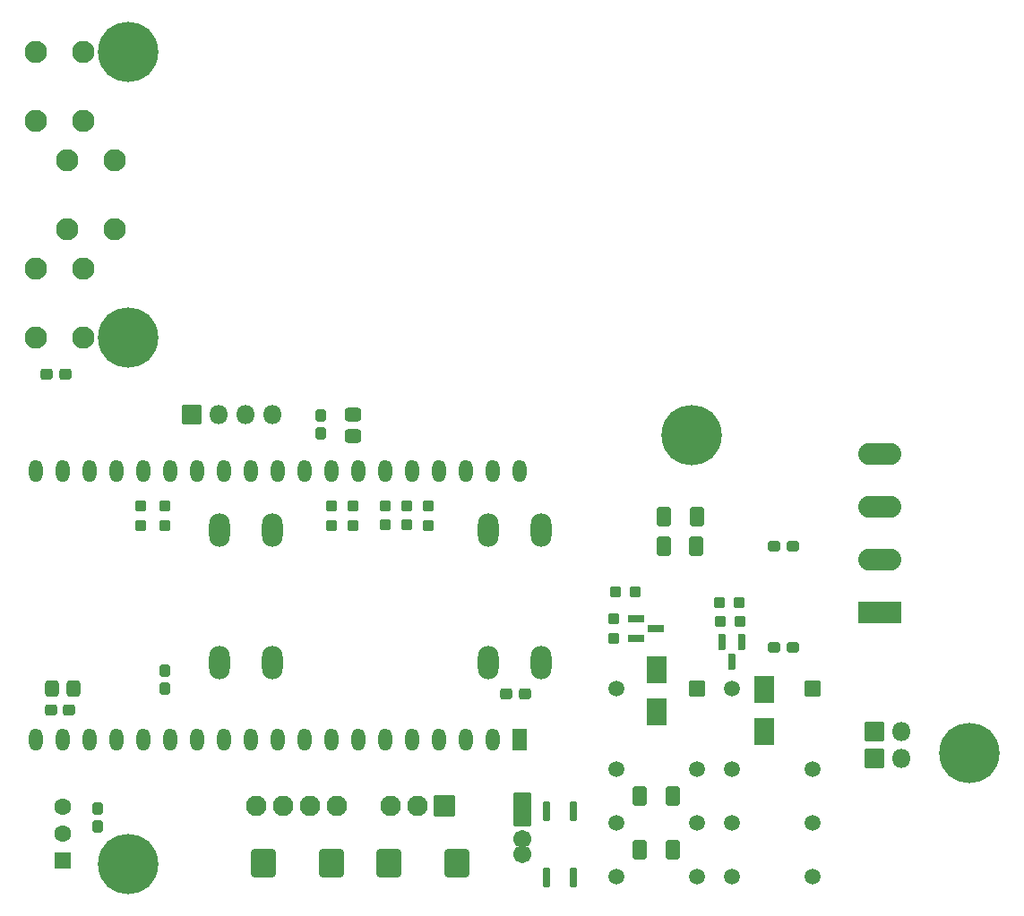
<source format=gts>
G04 #@! TF.GenerationSoftware,KiCad,Pcbnew,(6.0.9)*
G04 #@! TF.CreationDate,2022-12-13T11:15:51-07:00*
G04 #@! TF.ProjectId,Thermostat1,54686572-6d6f-4737-9461-74312e6b6963,rev?*
G04 #@! TF.SameCoordinates,Original*
G04 #@! TF.FileFunction,Soldermask,Top*
G04 #@! TF.FilePolarity,Negative*
%FSLAX46Y46*%
G04 Gerber Fmt 4.6, Leading zero omitted, Abs format (unit mm)*
G04 Created by KiCad (PCBNEW (6.0.9)) date 2022-12-13 11:15:51*
%MOMM*%
%LPD*%
G01*
G04 APERTURE LIST*
G04 Aperture macros list*
%AMRoundRect*
0 Rectangle with rounded corners*
0 $1 Rounding radius*
0 $2 $3 $4 $5 $6 $7 $8 $9 X,Y pos of 4 corners*
0 Add a 4 corners polygon primitive as box body*
4,1,4,$2,$3,$4,$5,$6,$7,$8,$9,$2,$3,0*
0 Add four circle primitives for the rounded corners*
1,1,$1+$1,$2,$3*
1,1,$1+$1,$4,$5*
1,1,$1+$1,$6,$7*
1,1,$1+$1,$8,$9*
0 Add four rect primitives between the rounded corners*
20,1,$1+$1,$2,$3,$4,$5,0*
20,1,$1+$1,$4,$5,$6,$7,0*
20,1,$1+$1,$6,$7,$8,$9,0*
20,1,$1+$1,$8,$9,$2,$3,0*%
G04 Aperture macros list end*
%ADD10RoundRect,0.051000X-0.800000X0.800000X-0.800000X-0.800000X0.800000X-0.800000X0.800000X0.800000X0*%
%ADD11C,1.702000*%
%ADD12RoundRect,0.301000X-0.400000X-0.625000X0.400000X-0.625000X0.400000X0.625000X-0.400000X0.625000X0*%
%ADD13O,1.952000X3.150000*%
%ADD14C,2.102000*%
%ADD15RoundRect,0.288500X-0.250000X-0.237500X0.250000X-0.237500X0.250000X0.237500X-0.250000X0.237500X0*%
%ADD16RoundRect,0.288500X0.237500X-0.250000X0.237500X0.250000X-0.237500X0.250000X-0.237500X-0.250000X0*%
%ADD17RoundRect,0.051000X0.750000X-0.750000X0.750000X0.750000X-0.750000X0.750000X-0.750000X-0.750000X0*%
%ADD18C,1.602000*%
%ADD19RoundRect,0.288500X0.287500X0.237500X-0.287500X0.237500X-0.287500X-0.237500X0.287500X-0.237500X0*%
%ADD20RoundRect,0.201000X-0.150000X0.587500X-0.150000X-0.587500X0.150000X-0.587500X0.150000X0.587500X0*%
%ADD21RoundRect,0.051000X0.900000X-1.250000X0.900000X1.250000X-0.900000X1.250000X-0.900000X-1.250000X0*%
%ADD22RoundRect,0.301000X-0.475000X0.337500X-0.475000X-0.337500X0.475000X-0.337500X0.475000X0.337500X0*%
%ADD23RoundRect,0.288500X-0.300000X-0.237500X0.300000X-0.237500X0.300000X0.237500X-0.300000X0.237500X0*%
%ADD24RoundRect,0.288500X-0.237500X0.300000X-0.237500X-0.300000X0.237500X-0.300000X0.237500X0.300000X0*%
%ADD25C,5.702000*%
%ADD26RoundRect,0.288500X0.250000X0.237500X-0.250000X0.237500X-0.250000X-0.237500X0.250000X-0.237500X0*%
%ADD27RoundRect,0.201000X-0.587500X-0.150000X0.587500X-0.150000X0.587500X0.150000X-0.587500X0.150000X0*%
%ADD28RoundRect,0.288500X-0.237500X0.250000X-0.237500X-0.250000X0.237500X-0.250000X0.237500X0.250000X0*%
%ADD29RoundRect,0.301000X-0.875000X-1.025000X0.875000X-1.025000X0.875000X1.025000X-0.875000X1.025000X0*%
%ADD30RoundRect,0.301000X0.875000X1.025000X-0.875000X1.025000X-0.875000X-1.025000X0.875000X-1.025000X0*%
%ADD31RoundRect,0.301000X0.337500X0.475000X-0.337500X0.475000X-0.337500X-0.475000X0.337500X-0.475000X0*%
%ADD32RoundRect,0.201000X-0.150000X0.750000X-0.150000X-0.750000X0.150000X-0.750000X0.150000X0.750000X0*%
%ADD33RoundRect,0.288500X0.300000X0.237500X-0.300000X0.237500X-0.300000X-0.237500X0.300000X-0.237500X0*%
%ADD34RoundRect,0.051000X0.700000X0.700000X-0.700000X0.700000X-0.700000X-0.700000X0.700000X-0.700000X0*%
%ADD35C,1.502000*%
%ADD36RoundRect,0.051000X-0.850000X0.850000X-0.850000X-0.850000X0.850000X-0.850000X0.850000X0.850000X0*%
%ADD37O,1.802000X1.802000*%
%ADD38RoundRect,0.051000X0.600000X1.000000X-0.600000X1.000000X-0.600000X-1.000000X0.600000X-1.000000X0*%
%ADD39O,1.302000X2.102000*%
%ADD40RoundRect,0.051000X1.980000X-0.990000X1.980000X0.990000X-1.980000X0.990000X-1.980000X-0.990000X0*%
%ADD41O,4.062000X2.082000*%
%ADD42C,1.952000*%
%ADD43RoundRect,0.051000X0.925000X-0.925000X0.925000X0.925000X-0.925000X0.925000X-0.925000X-0.925000X0*%
G04 APERTURE END LIST*
D10*
X72898000Y-98806000D03*
D11*
X72898000Y-103806000D03*
D12*
X84022000Y-98298000D03*
X87122000Y-98298000D03*
X84022000Y-103378000D03*
X87122000Y-103378000D03*
D10*
X72898000Y-100362000D03*
D11*
X72898000Y-102362000D03*
D13*
X69712200Y-85665800D03*
X69712200Y-73165800D03*
X74712200Y-85665800D03*
X74712200Y-73165800D03*
D14*
X26909200Y-48413600D03*
X26909200Y-54913600D03*
X31409200Y-48413600D03*
X31409200Y-54913600D03*
X26909200Y-34415800D03*
X26909200Y-27915800D03*
X31409200Y-27915800D03*
X31409200Y-34415800D03*
X29906400Y-38177400D03*
X29906400Y-44677400D03*
X34406400Y-38177400D03*
X34406400Y-44677400D03*
D15*
X81741000Y-78994000D03*
X83566000Y-78994000D03*
D16*
X54864000Y-72691000D03*
X54864000Y-70866000D03*
X64008000Y-72691000D03*
X64008000Y-70866000D03*
D12*
X86308000Y-71882000D03*
X89408000Y-71882000D03*
X86257200Y-74650600D03*
X89357200Y-74650600D03*
D16*
X36830000Y-72691000D03*
X36830000Y-70866000D03*
X39116000Y-72691000D03*
X39116000Y-70866000D03*
X56896000Y-72691000D03*
X56896000Y-70866000D03*
D13*
X44312200Y-85665800D03*
X44312200Y-73165800D03*
X49312200Y-73165800D03*
X49312200Y-85665800D03*
D17*
X29464000Y-104394000D03*
D18*
X29464000Y-101854000D03*
X29464000Y-99314000D03*
D19*
X98487200Y-74676000D03*
X96737200Y-74676000D03*
X98487200Y-84201000D03*
X96737200Y-84201000D03*
D20*
X93660000Y-83723000D03*
X91760000Y-83723000D03*
X92710000Y-85598000D03*
D21*
X85598000Y-90360000D03*
X85598000Y-86360000D03*
D22*
X56896000Y-62187000D03*
X56896000Y-64262000D03*
D23*
X71427000Y-88646000D03*
X73152000Y-88646000D03*
D24*
X53848000Y-62283000D03*
X53848000Y-64008000D03*
D25*
X35636200Y-104724200D03*
D23*
X27993000Y-58420000D03*
X29718000Y-58420000D03*
D26*
X93472000Y-81788000D03*
X91647000Y-81788000D03*
D27*
X83644500Y-81521500D03*
X83644500Y-83421500D03*
X85519500Y-82471500D03*
D28*
X61976000Y-70819000D03*
X61976000Y-72644000D03*
D25*
X35636200Y-27914600D03*
D29*
X60300000Y-104648000D03*
X66700000Y-104648000D03*
D24*
X32766000Y-99467500D03*
X32766000Y-101192500D03*
D21*
X95758000Y-92176600D03*
X95758000Y-88176600D03*
D30*
X54864000Y-104648000D03*
X48464000Y-104648000D03*
D28*
X59944000Y-70819000D03*
X59944000Y-72644000D03*
D25*
X115189000Y-94234000D03*
D24*
X39116000Y-86413000D03*
X39116000Y-88138000D03*
D25*
X35636200Y-54914800D03*
X88900000Y-64185800D03*
D31*
X30501500Y-88138000D03*
X28426500Y-88138000D03*
D32*
X77724000Y-99720000D03*
X75184000Y-99720000D03*
X75184000Y-106020000D03*
X77724000Y-106020000D03*
D15*
X91543500Y-80010000D03*
X93368500Y-80010000D03*
D33*
X30072500Y-90170000D03*
X28347500Y-90170000D03*
D16*
X81534000Y-83359000D03*
X81534000Y-81534000D03*
D34*
X100330000Y-88138000D03*
D35*
X100330000Y-95758000D03*
X100330000Y-100828000D03*
X100330000Y-105918000D03*
X92700000Y-105928000D03*
X92700000Y-100848000D03*
X92710000Y-95758000D03*
X92710000Y-88138000D03*
D36*
X41656000Y-62230000D03*
D37*
X44196000Y-62230000D03*
X46736000Y-62230000D03*
X49276000Y-62230000D03*
D36*
X106172000Y-92202000D03*
D37*
X108712000Y-92202000D03*
D38*
X72641280Y-92964000D03*
D39*
X70101280Y-92964000D03*
X67561280Y-92964000D03*
X65021280Y-92964000D03*
X62481280Y-92964000D03*
X59941280Y-92964000D03*
X57401280Y-92964000D03*
X54861280Y-92964000D03*
X52321280Y-92964000D03*
X49781280Y-92964000D03*
X47241280Y-92964000D03*
X44701280Y-92964000D03*
X42161280Y-92964000D03*
X39621280Y-92964000D03*
X37081280Y-92964000D03*
X34541280Y-92964000D03*
X32001280Y-92964000D03*
X29461280Y-92964000D03*
X26921280Y-92964000D03*
X26924000Y-67567680D03*
X29464000Y-67567680D03*
X32001280Y-67564000D03*
X34541280Y-67564000D03*
X37081280Y-67564000D03*
X39621280Y-67564000D03*
X42161280Y-67564000D03*
X44701280Y-67564000D03*
X47241280Y-67564000D03*
X49781280Y-67564000D03*
X52321280Y-67564000D03*
X54861280Y-67564000D03*
X57401280Y-67564000D03*
X59941280Y-67564000D03*
X62481280Y-67564000D03*
X65021280Y-67564000D03*
X67561280Y-67564000D03*
X70101280Y-67564000D03*
X72641280Y-67564000D03*
D40*
X106680000Y-80946000D03*
D41*
X106680000Y-75946000D03*
X106680000Y-70946000D03*
X106680000Y-65946000D03*
D42*
X47777400Y-99237800D03*
X50317400Y-99237800D03*
X52857400Y-99237800D03*
X55397400Y-99237800D03*
X60477400Y-99237800D03*
X63017400Y-99237800D03*
D43*
X65557400Y-99237800D03*
D34*
X89408000Y-88138000D03*
D35*
X89408000Y-95758000D03*
X89408000Y-100838000D03*
X89408000Y-105918000D03*
X81788000Y-105918000D03*
X81788000Y-100838000D03*
X81788000Y-95758000D03*
X81788000Y-88138000D03*
D36*
X106172000Y-94742000D03*
D37*
X108712000Y-94742000D03*
M02*

</source>
